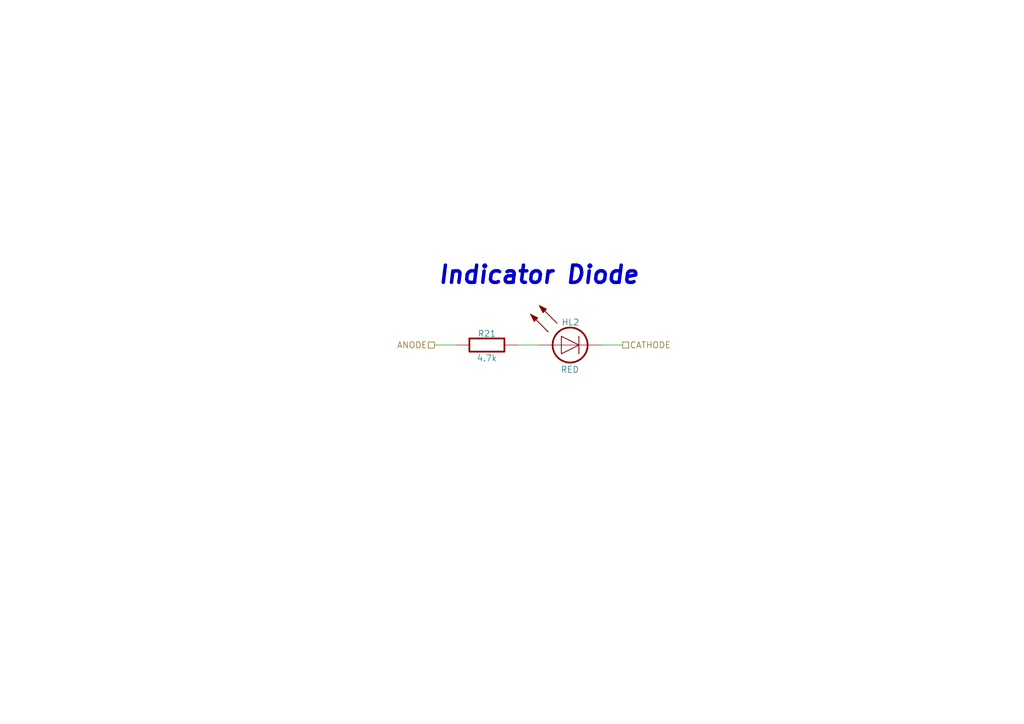
<source format=kicad_sch>
(kicad_sch (version 20211123) (generator eeschema)
  (paper "A4")
  (lib_symbols
    (symbol "Diodes:HL_LED" (pin_names (offset 0))
      (property "Reference" "HL" (at 0 7.62 0))
      (property "Value" "HL_LED" (at 0 -7.62 0))
      (symbol "HL_LED_0_1"
        (polyline (pts (xy -6.35 3.81) (xy -11.43 8.89)) (stroke (width 0.254)))
        (polyline (pts (xy -3.81 6.35) (xy -8.89 11.43)) (stroke (width 0.254)))
        (polyline (pts (xy 8.89 0) (xy -8.89 0)))
        (polyline (pts (xy -11.43 8.89) (xy -9.398 7.874) (xy -10.414 6.858) (xy -11.43 8.89)) (stroke (width 0.254)) (fill (type outline)))
        (polyline (pts (xy -8.89 11.43) (xy -6.858 10.414) (xy -7.874 9.398) (xy -8.89 11.43)) (stroke (width 0.254)) (fill (type outline)))
        (polyline (pts (xy 2.54 2.54) (xy 2.54 0) (xy -2.54 2.54) (xy -2.54 -2.54) (xy 2.54 0) (xy 2.54 -2.54)) (stroke (width 0.254)))
        (circle (center 0 0) (radius 5.08) (stroke (width 0.508)))
      )
      (symbol "HL_LED_1_1"
        (pin passive line (at -8.89 0 0) (length 2.54) hide (name "A") (number "1"))
        (pin passive line (at 8.89 0 180) (length 2.54) hide (name "C") (number "2"))
      )
    )
    (symbol "Resistors:R_RES" (pin_names (offset 0))
      (property "Reference" "R" (at 0 3.81 0))
      (property "Value" "R_RES" (at 0 -3.81 0))
      (symbol "R_RES_0_1"
        (rectangle (start -5.08 1.905) (end 5.08 -1.905) (stroke (width 0.508)))
        (polyline (pts (xy -8.89 0) (xy -5.08 0)))
        (polyline (pts (xy 5.08 0) (xy 8.89 0)))
      )
      (symbol "R_RES_1_1"
        (pin passive line (at -8.89 0 0) (length 2.54) hide (name "~") (number "1"))
        (pin passive line (at 8.89 0 180) (length 2.54) hide (name "~") (number "2"))
      )
    )
  )
  (wire (pts (xy 150.114 100.076) (xy 156.464 100.076)))
  (wire (pts (xy 180.594 100.076) (xy 174.244 100.076)))
  (wire (pts (xy 132.334 100.076) (xy 125.984 100.076)))
  (text "Indicator Diode" (at 126.746 82.804 0) (effects (font (size 5.0038 5.0038) (thickness 1.0008) bold italic) (justify left bottom)))
  (hierarchical_label "ANODE" (shape passive) (at 125.984 100.076 180) (effects (font (size 1.778 1.778))))
  (hierarchical_label "CATHODE" (shape passive) (at 180.594 100.076 0) (effects (font (size 1.778 1.778))))
  (symbol (lib_id "Resistors:R_RES") (at 141.224 100.076 0) (unit 1)
    (property "Reference" "R21" (at 141.224 96.774 0) (effects (font (size 1.778 1.778))))
    (property "Value" "4.7k" (at 141.224 103.886 0) (effects (font (size 1.778 1.778))))
    (property "Footprint" "Resistor_SMD:R_0603_1608Metric" (effects hide))
    (property "Case/Package" "0000" (effects hide))
    (property "Power" "mW" (effects hide))
    (property "Tolerance" "±%" (effects hide))
  )
  (symbol (lib_id "Diodes:HL_LED") (at 165.354 100.076 0) (unit 1)
    (property "Reference" "HL2" (at 162.814 93.472 0) (effects (font (size 1.778 1.778)) (justify left)))
    (property "Value" "RED" (at 162.56 107.188 0) (effects (font (size 1.778 1.778)) (justify left)))
    (property "Footprint" "LED_SMD:LED_0603_1608Metric" (effects hide))
  )
)
</source>
